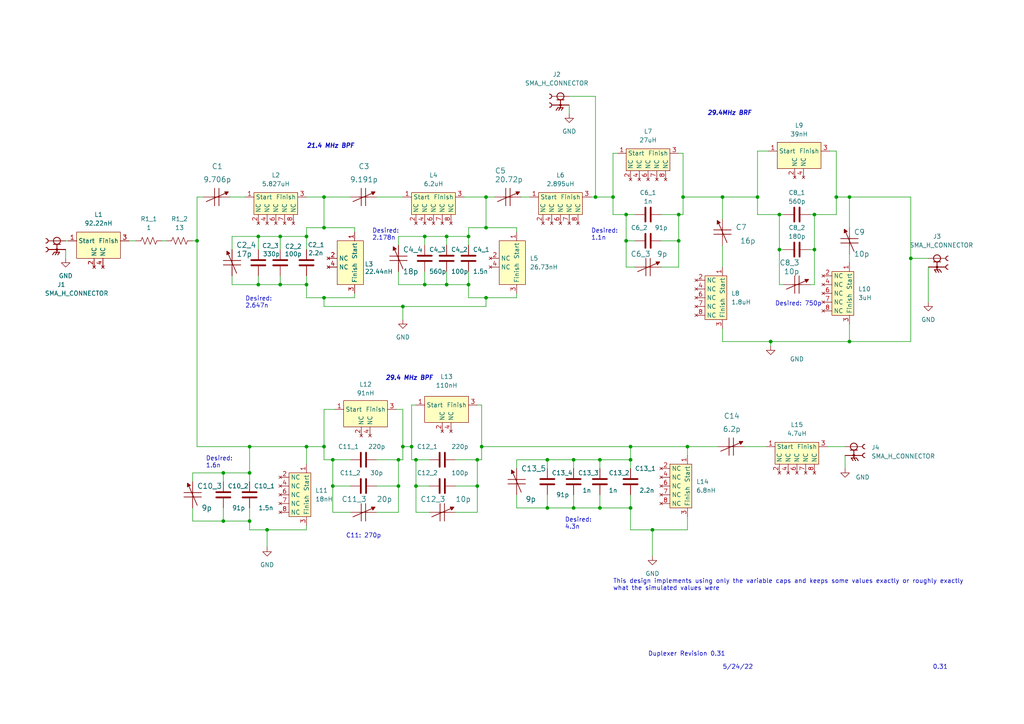
<source format=kicad_sch>
(kicad_sch (version 20211123) (generator eeschema)
  (paper "A4")
  (lib_symbols
    (symbol "7M3_Shielded_Inductor_1"
      (property "Reference" "L?" (at 0 7.62 0))
      (property "Value" "7M3_Shielded_Inductor_1" (at 0 5.08 0))
      (symbol "7M3_Shielded_Inductor_1_0_1"
        (rectangle (start 0 0) (end 12.7 -6.35) (fill (type background)))
      )
      (symbol "7M3_Shielded_Inductor_1_1_1"
        (pin passive line (at -2.54 -1.27 0) (length 2.54) (name "Start") (number "1"))
        (pin no_connect line (at 1.27 -8.89 90) (length 2.54) (name "NC") (number "2"))
        (pin passive line (at 15.24 -1.27 180) (length 2.54) (name "Finish") (number "3"))
        (pin no_connect line (at 3.81 -8.89 90) (length 2.54) (name "NC") (number "4"))
        (pin no_connect line (at 6.35 -8.89 90) (length 2.54) (name "NC") (number "6"))
        (pin no_connect line (at 8.89 -8.89 90) (length 2.54) (name "NC") (number "7"))
        (pin no_connect line (at 11.43 -8.89 90) (length 2.54) (name "NC") (number "8"))
      )
    )
    (symbol "7M3_Shielded_Inductor_2"
      (property "Reference" "L?" (at 0 7.62 0))
      (property "Value" "7M3_Shielded_Inductor_2" (at 0 5.08 0))
      (symbol "7M3_Shielded_Inductor_2_0_1"
        (rectangle (start 0 0) (end 12.7 -6.35) (fill (type background)))
      )
      (symbol "7M3_Shielded_Inductor_2_1_1"
        (pin passive line (at -2.54 -1.27 0) (length 2.54) (name "Start") (number "1"))
        (pin no_connect line (at 1.27 -8.89 90) (length 2.54) (name "NC") (number "2"))
        (pin passive line (at 15.24 -1.27 180) (length 2.54) (name "Finish") (number "3"))
        (pin no_connect line (at 3.81 -8.89 90) (length 2.54) (name "NC") (number "4"))
        (pin no_connect line (at 6.35 -8.89 90) (length 2.54) (name "NC") (number "6"))
        (pin no_connect line (at 8.89 -8.89 90) (length 2.54) (name "NC") (number "7"))
        (pin no_connect line (at 11.43 -8.89 90) (length 2.54) (name "NC") (number "8"))
      )
    )
    (symbol "Device:C" (pin_numbers hide) (pin_names (offset 0.254))
      (property "Reference" "C" (at 0.635 2.54 0))
      (property "Value" "C" (at 0.635 -2.54 0))
      (symbol "C_0_1"
        (polyline (pts (xy -2.032 -0.762) (xy 2.032 -0.762)) (stroke (width 0.508)))
        (polyline (pts (xy -2.032 0.762) (xy 2.032 0.762)) (stroke (width 0.508)))
      )
      (symbol "C_1_1"
        (pin passive line (at 0 3.81 270) (length 2.794) (name "~") (number "1"))
        (pin passive line (at 0 -3.81 90) (length 2.794) (name "~") (number "2"))
      )
    )
    (symbol "Device:R_US" (pin_numbers hide) (pin_names (offset 0))
      (property "Reference" "R" (at 2.54 0 90))
      (property "Value" "R_US" (at -2.54 0 90))
      (symbol "R_US_0_1"
        (polyline (pts (xy 0 -2.286) (xy 0 -2.54)))
        (polyline (pts (xy 0 2.286) (xy 0 2.54)))
        (polyline (pts (xy 0 -0.762) (xy 1.016 -1.143) (xy 0 -1.524) (xy -1.016 -1.905) (xy 0 -2.286)))
        (polyline (pts (xy 0 0.762) (xy 1.016 0.381) (xy 0 0) (xy -1.016 -0.381) (xy 0 -0.762)))
        (polyline (pts (xy 0 2.286) (xy 1.016 1.905) (xy 0 1.524) (xy -1.016 1.143) (xy 0 0.762)))
      )
      (symbol "R_US_1_1"
        (pin passive line (at 0 3.81 270) (length 1.27) (name "~") (number "1"))
        (pin passive line (at 0 -3.81 90) (length 1.27) (name "~") (number "2"))
      )
    )
    (symbol "GKG30086-05:GKG30086-05" (pin_numbers hide) (pin_names (offset 0) hide)
      (property "Reference" "C" (at 10.16 0 0))
      (property "Value" "GKG30086-05" (at 3.81 -7.62 0))
      (symbol "GKG30086-05_1_1"
        (polyline (pts (xy -1.524 -1.4986) (xy -0.6604 -1.0922)) (stroke (width 0.2032)))
        (polyline (pts (xy -1.524 -0.4572) (xy -1.524 -1.4986)) (stroke (width 0.2032)))
        (polyline (pts (xy -1.4986 -1.2954) (xy -0.8128 -1.0414)) (stroke (width 0.127)))
        (polyline (pts (xy -1.4732 -1.397) (xy -1.27 -1.2954)) (stroke (width 0.127)))
        (polyline (pts (xy -1.4732 -1.2192) (xy -0.889 -0.9652)) (stroke (width 0.127)))
        (polyline (pts (xy -1.4732 -0.7112) (xy -1.3716 -0.9398)) (stroke (width 0.127)))
        (polyline (pts (xy -1.4732 -0.4572) (xy -0.6604 -1.0668)) (stroke (width 0.2032)))
        (polyline (pts (xy -1.4224 -0.5334) (xy 1.3208 -6.858)) (stroke (width 0.2032)))
        (polyline (pts (xy -1.397 -1.0922) (xy -1.016 -0.9144)) (stroke (width 0.127)))
        (polyline (pts (xy -1.397 -0.9398) (xy -1.3462 -1.0668)) (stroke (width 0.127)))
        (polyline (pts (xy -1.27 -0.6858) (xy -1.1176 -0.9144)) (stroke (width 0.127)))
        (polyline (pts (xy 0 -5.08) (xy 0 -2.54)) (stroke (width 0.2032)))
        (polyline (pts (xy 2.54 -4.445) (xy -2.54 -4.445)) (stroke (width 0.2032)))
        (polyline (pts (xy 2.54 -3.175) (xy -2.54 -3.175)) (stroke (width 0.2032)))
        (pin unspecified line (at 0 -7.62 90) (length 2.54) (name "1") (number "1"))
        (pin unspecified line (at 0 0 270) (length 2.54) (name "2") (number "2"))
      )
    )
    (symbol "SMA_CONNECTOR:SMA_CONNECTOR" (pin_numbers hide) (pin_names (offset 1.016) hide)
      (property "Reference" "J" (at -3.81 1.524 0))
      (property "Value" "SMA_CONNECTOR" (at -4.064 -6.858 0))
      (symbol "SMA_CONNECTOR_0_0"
        (arc (start -3.175 -3.175) (mid -2.54 -2.54) (end -3.175 -1.905) (stroke (width 0.254)))
        (arc (start -3.175 -0.635) (mid -2.54 0) (end -3.175 0.635) (stroke (width 0.254)))
        (circle (center 0 -2.54) (radius 0.254) (stroke (width 0.254)))
        (polyline (pts (xy -1.016 -1.016) (xy 0 -1.016)) (stroke (width 0.254)))
        (polyline (pts (xy -0.762 -3.302) (xy -1.27 -4.064)) (stroke (width 0.254)))
        (polyline (pts (xy 0 -3.302) (xy -0.762 -3.302)) (stroke (width 0.254)))
        (polyline (pts (xy 0 -3.302) (xy -0.508 -4.064)) (stroke (width 0.254)))
        (polyline (pts (xy 0 -3.302) (xy 0.762 -3.302)) (stroke (width 0.254)))
        (polyline (pts (xy 0 -1.016) (xy 0 -3.302)) (stroke (width 0.254)))
        (polyline (pts (xy 0 -1.016) (xy 1.016 -1.016)) (stroke (width 0.254)))
        (polyline (pts (xy 0.762 -3.302) (xy 0.254 -4.064)) (stroke (width 0.254)))
        (circle (center 0 0) (radius 1.016) (stroke (width 0.254)))
        (pin passive line (at 2.54 0 180) (length 5.08) (name "~") (number "1"))
        (pin passive line (at 2.54 -2.54 180) (length 5.08) (name "~") (number "G1"))
        (pin passive line (at 2.54 -2.54 180) (length 5.08) (name "~") (number "G2"))
        (pin passive line (at 2.54 -2.54 180) (length 5.08) (name "~") (number "G3"))
        (pin passive line (at 2.54 -2.54 180) (length 5.08) (name "~") (number "G4"))
      )
    )
    (symbol "User_Global_Symbol_Library:165_Shielded_Inductor"
      (property "Reference" "L?" (at 6.35 5.08 0))
      (property "Value" "165_Shielded_Inductor" (at 6.35 2.54 0))
      (symbol "165_Shielded_Inductor_0_1"
        (rectangle (start 0 0) (end 12.7 -7.62) (fill (type background)))
      )
      (symbol "165_Shielded_Inductor_1_1"
        (pin passive line (at -2.54 -2.54 0) (length 2.54) (name "Start") (number "1"))
        (pin no_connect line (at 5.08 -10.16 90) (length 2.54) (name "NC") (number "2"))
        (pin passive line (at 15.24 -2.54 180) (length 2.54) (name "Finish") (number "3"))
        (pin no_connect line (at 7.62 -10.16 90) (length 2.54) (name "NC") (number "4"))
      )
    )
    (symbol "power:GND" (power) (pin_names (offset 0))
      (property "Value" "GND" (at 0 -3.81 0))
      (symbol "GND_0_1"
        (polyline (pts (xy 0 0) (xy 0 -1.27) (xy 1.27 -1.27) (xy 0 -2.54) (xy -1.27 -1.27) (xy 0 -1.27)))
      )
      (symbol "GND_1_1"
        (pin power_in line (at 0 0 270) (length 0) hide (name "GND") (number "1"))
      )
    )
  )
  (junction (at 93.98 57.15))
  (junction (at 226.06 62.23))
  (junction (at 64.77 137.16))
  (junction (at 57.15 69.85))
  (junction (at 120.65 133.35))
  (junction (at 209.55 57.15))
  (junction (at 135.89 68.58))
  (junction (at 139.7 129.54))
  (junction (at 246.38 57.15))
  (junction (at 93.98 129.54))
  (junction (at 236.22 72.39))
  (junction (at 77.47 153.67))
  (junction (at 166.37 133.35))
  (junction (at 182.88 133.35))
  (junction (at 196.85 62.23))
  (junction (at 189.23 153.67))
  (junction (at 74.93 82.55))
  (junction (at 129.54 82.55))
  (junction (at 129.54 68.58))
  (junction (at 93.98 86.36))
  (junction (at 140.97 57.15))
  (junction (at 115.57 133.35))
  (junction (at 182.88 147.32))
  (junction (at 88.9 82.55))
  (junction (at 96.52 140.97))
  (junction (at 177.8 57.15))
  (junction (at 135.89 82.55))
  (junction (at 219.71 57.15))
  (junction (at 96.52 133.35))
  (junction (at 140.97 86.36))
  (junction (at 116.84 88.9))
  (junction (at 264.16 74.93))
  (junction (at 64.77 151.13))
  (junction (at 138.43 140.97))
  (junction (at 172.72 57.15))
  (junction (at 138.43 133.35))
  (junction (at 93.98 66.04))
  (junction (at 226.06 72.39))
  (junction (at 72.39 137.16))
  (junction (at 236.22 62.23))
  (junction (at 158.75 147.32))
  (junction (at 199.39 129.54))
  (junction (at 72.39 129.54))
  (junction (at 158.75 133.35))
  (junction (at 196.85 69.85))
  (junction (at 81.28 68.58))
  (junction (at 223.52 99.06))
  (junction (at 81.28 82.55))
  (junction (at 173.99 133.35))
  (junction (at 198.12 57.15))
  (junction (at 120.65 140.97))
  (junction (at 88.9 129.54))
  (junction (at 116.84 129.54))
  (junction (at 74.93 68.58))
  (junction (at 173.99 147.32))
  (junction (at 123.19 82.55))
  (junction (at 182.88 129.54))
  (junction (at 181.61 69.85))
  (junction (at 242.57 57.15))
  (junction (at 181.61 62.23))
  (junction (at 166.37 147.32))
  (junction (at 123.19 68.58))
  (junction (at 119.38 129.54))
  (junction (at 72.39 151.13))
  (junction (at 88.9 68.58))
  (junction (at 140.97 66.04))
  (junction (at 246.38 99.06))
  (junction (at 115.57 140.97))
  (wire (pts (xy 119.38 133.35) (xy 120.65 133.35)))
  (wire (pts (xy 138.43 148.59) (xy 138.43 140.97)))
  (wire (pts (xy 129.54 82.55) (xy 135.89 82.55)))
  (wire (pts (xy 139.7 129.54) (xy 182.88 129.54)))
  (wire (pts (xy 88.9 129.54) (xy 88.9 134.62)))
  (wire (pts (xy 264.16 74.93) (xy 269.24 74.93)))
  (wire (pts (xy 93.98 133.35) (xy 93.98 129.54)))
  (wire (pts (xy 242.57 43.815) (xy 240.665 43.815)))
  (wire (pts (xy 96.52 140.97) (xy 96.52 133.35)))
  (wire (pts (xy 74.93 72.39) (xy 74.93 68.58)))
  (wire (pts (xy 67.31 72.39) (xy 67.31 68.58)))
  (wire (pts (xy 64.77 151.13) (xy 72.39 151.13)))
  (wire (pts (xy 93.98 86.36) (xy 93.98 88.9)))
  (wire (pts (xy 135.89 68.58) (xy 135.89 71.12)))
  (wire (pts (xy 72.39 137.16) (xy 72.39 139.7)))
  (wire (pts (xy 215.9 129.54) (xy 222.25 129.54)))
  (wire (pts (xy 173.99 143.51) (xy 173.99 147.32)))
  (wire (pts (xy 177.8 62.23) (xy 181.61 62.23)))
  (wire (pts (xy 57.15 57.15) (xy 57.15 69.85)))
  (wire (pts (xy 74.93 82.55) (xy 81.28 82.55)))
  (wire (pts (xy 67.31 82.55) (xy 74.93 82.55)))
  (wire (pts (xy 129.54 68.58) (xy 135.89 68.58)))
  (wire (pts (xy 172.72 27.94) (xy 172.72 57.15)))
  (wire (pts (xy 109.22 133.35) (xy 115.57 133.35)))
  (wire (pts (xy 219.71 43.815) (xy 219.71 57.15)))
  (wire (pts (xy 149.86 85.09) (xy 149.86 86.36)))
  (wire (pts (xy 88.9 57.15) (xy 93.98 57.15)))
  (wire (pts (xy 196.85 77.47) (xy 196.85 69.85)))
  (wire (pts (xy 245.11 132.08) (xy 245.11 135.89)))
  (wire (pts (xy 120.65 140.97) (xy 120.65 133.35)))
  (wire (pts (xy 191.77 69.85) (xy 196.85 69.85)))
  (wire (pts (xy 96.52 140.97) (xy 101.6 140.97)))
  (wire (pts (xy 171.45 57.15) (xy 172.72 57.15)))
  (wire (pts (xy 173.99 147.32) (xy 182.88 147.32)))
  (wire (pts (xy 88.9 152.4) (xy 88.9 153.67)))
  (wire (pts (xy 109.22 148.59) (xy 115.57 148.59)))
  (wire (pts (xy 198.12 44.45) (xy 196.85 44.45)))
  (wire (pts (xy 236.22 62.23) (xy 236.22 72.39)))
  (wire (pts (xy 102.87 67.31) (xy 102.87 66.04)))
  (wire (pts (xy 81.28 72.39) (xy 81.28 68.58)))
  (wire (pts (xy 77.47 153.67) (xy 88.9 153.67)))
  (wire (pts (xy 227.33 72.39) (xy 226.06 72.39)))
  (wire (pts (xy 124.46 148.59) (xy 120.65 148.59)))
  (wire (pts (xy 102.87 85.09) (xy 102.87 86.36)))
  (wire (pts (xy 223.52 99.06) (xy 246.38 99.06)))
  (wire (pts (xy 88.9 80.01) (xy 88.9 82.55)))
  (wire (pts (xy 115.57 71.12) (xy 115.57 68.58)))
  (wire (pts (xy 72.39 153.67) (xy 77.47 153.67)))
  (wire (pts (xy 64.77 147.32) (xy 64.77 151.13)))
  (wire (pts (xy 219.71 57.15) (xy 219.71 62.23)))
  (wire (pts (xy 72.39 147.32) (xy 72.39 151.13)))
  (wire (pts (xy 246.38 57.15) (xy 246.38 66.04)))
  (wire (pts (xy 72.39 129.54) (xy 72.39 137.16)))
  (wire (pts (xy 135.89 78.74) (xy 135.89 82.55)))
  (wire (pts (xy 132.08 140.97) (xy 138.43 140.97)))
  (wire (pts (xy 55.88 139.7) (xy 55.88 137.16)))
  (wire (pts (xy 177.8 44.45) (xy 177.8 57.15)))
  (wire (pts (xy 57.15 57.15) (xy 59.055 57.15)))
  (wire (pts (xy 196.85 62.23) (xy 198.12 62.23)))
  (wire (pts (xy 236.22 62.23) (xy 242.57 62.23)))
  (wire (pts (xy 139.7 117.475) (xy 139.7 129.54)))
  (wire (pts (xy 209.55 95.25) (xy 209.55 99.06)))
  (wire (pts (xy 199.39 129.54) (xy 199.39 132.08)))
  (wire (pts (xy 81.28 68.58) (xy 88.9 68.58)))
  (wire (pts (xy 93.98 66.04) (xy 102.87 66.04)))
  (wire (pts (xy 158.75 143.51) (xy 158.75 147.32)))
  (wire (pts (xy 116.84 129.54) (xy 119.38 129.54)))
  (wire (pts (xy 93.98 57.15) (xy 101.6 57.15)))
  (wire (pts (xy 166.37 133.35) (xy 173.99 133.35)))
  (wire (pts (xy 116.84 88.9) (xy 140.97 88.9)))
  (wire (pts (xy 181.61 62.23) (xy 184.15 62.23)))
  (wire (pts (xy 234.95 82.55) (xy 236.22 82.55)))
  (wire (pts (xy 64.77 139.7) (xy 64.77 137.16)))
  (wire (pts (xy 97.155 118.745) (xy 93.98 118.745)))
  (wire (pts (xy 81.28 80.01) (xy 81.28 82.55)))
  (wire (pts (xy 234.95 62.23) (xy 236.22 62.23)))
  (wire (pts (xy 264.16 57.15) (xy 264.16 74.93)))
  (wire (pts (xy 173.99 135.89) (xy 173.99 133.35)))
  (wire (pts (xy 246.38 73.66) (xy 246.38 76.2)))
  (wire (pts (xy 81.28 82.55) (xy 88.9 82.55)))
  (wire (pts (xy 123.19 78.74) (xy 123.19 82.55)))
  (wire (pts (xy 88.9 68.58) (xy 88.9 72.39)))
  (wire (pts (xy 140.97 86.36) (xy 149.86 86.36)))
  (wire (pts (xy 158.75 147.32) (xy 166.37 147.32)))
  (wire (pts (xy 135.89 66.04) (xy 140.97 66.04)))
  (wire (pts (xy 115.57 148.59) (xy 115.57 140.97)))
  (wire (pts (xy 242.57 57.15) (xy 246.38 57.15)))
  (wire (pts (xy 196.85 69.85) (xy 196.85 62.23)))
  (wire (pts (xy 184.15 77.47) (xy 181.61 77.47)))
  (wire (pts (xy 149.86 147.32) (xy 158.75 147.32)))
  (wire (pts (xy 93.98 57.15) (xy 93.98 66.04)))
  (wire (pts (xy 135.89 82.55) (xy 135.89 86.36)))
  (wire (pts (xy 116.84 133.35) (xy 116.84 129.54)))
  (wire (pts (xy 182.88 147.32) (xy 182.88 153.67)))
  (wire (pts (xy 72.39 129.54) (xy 88.9 129.54)))
  (wire (pts (xy 166.37 143.51) (xy 166.37 147.32)))
  (wire (pts (xy 135.89 86.36) (xy 140.97 86.36)))
  (wire (pts (xy 182.88 153.67) (xy 189.23 153.67)))
  (wire (pts (xy 165.1 30.48) (xy 165.1 33.02)))
  (wire (pts (xy 115.57 82.55) (xy 123.19 82.55)))
  (wire (pts (xy 149.86 67.31) (xy 149.86 66.04)))
  (wire (pts (xy 57.15 129.54) (xy 72.39 129.54)))
  (wire (pts (xy 227.33 62.23) (xy 226.06 62.23)))
  (wire (pts (xy 184.15 69.85) (xy 181.61 69.85)))
  (wire (pts (xy 149.86 143.51) (xy 149.86 147.32)))
  (wire (pts (xy 119.38 133.35) (xy 119.38 129.54)))
  (wire (pts (xy 226.06 82.55) (xy 226.06 72.39)))
  (wire (pts (xy 219.71 62.23) (xy 226.06 62.23)))
  (wire (pts (xy 123.19 71.12) (xy 123.19 68.58)))
  (wire (pts (xy 165.1 27.94) (xy 172.72 27.94)))
  (wire (pts (xy 182.88 133.35) (xy 182.88 135.89)))
  (wire (pts (xy 77.47 153.67) (xy 77.47 158.75)))
  (wire (pts (xy 19.05 69.85) (xy 19.685 69.85)))
  (wire (pts (xy 191.77 77.47) (xy 196.85 77.47)))
  (wire (pts (xy 173.99 133.35) (xy 182.88 133.35)))
  (wire (pts (xy 234.95 72.39) (xy 236.22 72.39)))
  (wire (pts (xy 115.57 68.58) (xy 123.19 68.58)))
  (wire (pts (xy 123.19 68.58) (xy 129.54 68.58)))
  (wire (pts (xy 166.37 135.89) (xy 166.37 133.35)))
  (wire (pts (xy 191.77 62.23) (xy 196.85 62.23)))
  (wire (pts (xy 115.57 133.35) (xy 116.84 133.35)))
  (wire (pts (xy 88.9 66.04) (xy 88.9 68.58)))
  (wire (pts (xy 67.31 68.58) (xy 74.93 68.58)))
  (wire (pts (xy 64.77 137.16) (xy 72.39 137.16)))
  (wire (pts (xy 55.88 147.32) (xy 55.88 151.13)))
  (wire (pts (xy 182.88 143.51) (xy 182.88 147.32)))
  (wire (pts (xy 140.97 57.15) (xy 143.51 57.15)))
  (wire (pts (xy 209.55 57.15) (xy 219.71 57.15)))
  (wire (pts (xy 19.05 72.39) (xy 19.05 74.93)))
  (wire (pts (xy 46.99 69.85) (xy 48.26 69.85)))
  (wire (pts (xy 74.93 80.01) (xy 74.93 82.55)))
  (wire (pts (xy 209.55 99.06) (xy 223.52 99.06)))
  (wire (pts (xy 96.52 148.59) (xy 96.52 140.97)))
  (wire (pts (xy 269.24 77.47) (xy 269.24 87.63)))
  (wire (pts (xy 109.22 140.97) (xy 115.57 140.97)))
  (wire (pts (xy 120.65 117.475) (xy 119.38 117.475)))
  (wire (pts (xy 236.22 82.55) (xy 236.22 72.39)))
  (wire (pts (xy 88.9 82.55) (xy 88.9 86.36)))
  (wire (pts (xy 101.6 148.59) (xy 96.52 148.59)))
  (wire (pts (xy 246.38 93.98) (xy 246.38 99.06)))
  (wire (pts (xy 88.9 86.36) (xy 93.98 86.36)))
  (wire (pts (xy 246.38 57.15) (xy 264.16 57.15)))
  (wire (pts (xy 55.88 137.16) (xy 64.77 137.16)))
  (wire (pts (xy 57.15 69.85) (xy 57.15 129.54)))
  (wire (pts (xy 129.54 78.74) (xy 129.54 82.55)))
  (wire (pts (xy 181.61 77.47) (xy 181.61 69.85)))
  (wire (pts (xy 134.62 57.15) (xy 140.97 57.15)))
  (wire (pts (xy 242.57 43.815) (xy 242.57 57.15)))
  (wire (pts (xy 223.52 99.06) (xy 223.52 100.33)))
  (wire (pts (xy 172.72 57.15) (xy 177.8 57.15)))
  (wire (pts (xy 93.98 133.35) (xy 96.52 133.35)))
  (wire (pts (xy 74.93 68.58) (xy 81.28 68.58)))
  (wire (pts (xy 209.55 57.15) (xy 209.55 63.5)))
  (wire (pts (xy 132.08 148.59) (xy 138.43 148.59)))
  (wire (pts (xy 240.03 129.54) (xy 245.11 129.54)))
  (wire (pts (xy 198.12 44.45) (xy 198.12 57.15)))
  (wire (pts (xy 124.46 140.97) (xy 120.65 140.97)))
  (wire (pts (xy 151.13 57.15) (xy 153.67 57.15)))
  (wire (pts (xy 226.06 82.55) (xy 227.33 82.55)))
  (wire (pts (xy 182.88 129.54) (xy 182.88 133.35)))
  (wire (pts (xy 72.39 151.13) (xy 72.39 153.67)))
  (wire (pts (xy 88.9 66.04) (xy 93.98 66.04)))
  (wire (pts (xy 55.88 69.85) (xy 57.15 69.85)))
  (wire (pts (xy 222.885 43.815) (xy 219.71 43.815)))
  (wire (pts (xy 189.23 153.67) (xy 199.39 153.67)))
  (wire (pts (xy 246.38 99.06) (xy 264.16 99.06)))
  (wire (pts (xy 181.61 69.85) (xy 181.61 62.23)))
  (wire (pts (xy 138.43 133.35) (xy 139.7 133.35)))
  (wire (pts (xy 115.57 78.74) (xy 115.57 82.55)))
  (wire (pts (xy 67.31 80.01) (xy 67.31 82.55)))
  (wire (pts (xy 115.57 140.97) (xy 115.57 133.35)))
  (wire (pts (xy 120.65 133.35) (xy 124.46 133.35)))
  (wire (pts (xy 140.97 66.04) (xy 149.86 66.04)))
  (wire (pts (xy 129.54 71.12) (xy 129.54 68.58)))
  (wire (pts (xy 123.19 82.55) (xy 129.54 82.55)))
  (wire (pts (xy 166.37 147.32) (xy 173.99 147.32)))
  (wire (pts (xy 198.12 57.15) (xy 198.12 62.23)))
  (wire (pts (xy 182.88 129.54) (xy 199.39 129.54)))
  (wire (pts (xy 66.675 57.15) (xy 71.12 57.15)))
  (wire (pts (xy 139.7 117.475) (xy 138.43 117.475)))
  (wire (pts (xy 149.86 133.35) (xy 158.75 133.35)))
  (wire (pts (xy 138.43 140.97) (xy 138.43 133.35)))
  (wire (pts (xy 139.7 129.54) (xy 139.7 133.35)))
  (wire (pts (xy 135.89 66.04) (xy 135.89 68.58)))
  (wire (pts (xy 177.8 62.23) (xy 177.8 57.15)))
  (wire (pts (xy 93.98 86.36) (xy 102.87 86.36)))
  (wire (pts (xy 116.84 118.745) (xy 114.935 118.745)))
  (wire (pts (xy 209.55 71.12) (xy 209.55 77.47)))
  (wire (pts (xy 226.06 62.23) (xy 226.06 72.39)))
  (wire (pts (xy 109.22 57.15) (xy 116.84 57.15)))
  (wire (pts (xy 140.97 57.15) (xy 140.97 66.04)))
  (wire (pts (xy 199.39 149.86) (xy 199.39 153.67)))
  (wire (pts (xy 149.86 135.89) (xy 149.86 133.35)))
  (wire (pts (xy 116.84 88.9) (xy 116.84 92.71)))
  (wire (pts (xy 93.98 88.9) (xy 116.84 88.9)))
  (wire (pts (xy 116.84 118.745) (xy 116.84 129.54)))
  (wire (pts (xy 189.23 153.67) (xy 189.23 161.29)))
  (wire (pts (xy 179.07 44.45) (xy 177.8 44.45)))
  (wire (pts (xy 93.98 118.745) (xy 93.98 129.54)))
  (wire (pts (xy 199.39 129.54) (xy 208.28 129.54)))
  (wire (pts (xy 120.65 148.59) (xy 120.65 140.97)))
  (wire (pts (xy 264.16 74.93) (xy 264.16 99.06)))
  (wire (pts (xy 37.465 69.85) (xy 39.37 69.85)))
  (wire (pts (xy 55.88 151.13) (xy 64.77 151.13)))
  (wire (pts (xy 242.57 57.15) (xy 242.57 62.23)))
  (wire (pts (xy 96.52 133.35) (xy 101.6 133.35)))
  (wire (pts (xy 140.97 88.9) (xy 140.97 86.36)))
  (wire (pts (xy 158.75 133.35) (xy 166.37 133.35)))
  (wire (pts (xy 119.38 117.475) (xy 119.38 129.54)))
  (wire (pts (xy 88.9 129.54) (xy 93.98 129.54)))
  (wire (pts (xy 198.12 57.15) (xy 209.55 57.15)))
  (wire (pts (xy 132.08 133.35) (xy 138.43 133.35)))
  (wire (pts (xy 158.75 135.89) (xy 158.75 133.35)))
  (text "Desired:\n4.3n\n" (at 163.83 153.67 0) (effects (font (size 1.27 1.27)) (justify left bottom)))
  (text "29.4 MHz BPF" (at 111.76 110.49 0) (effects (font (size 1.27 1.27) (thickness 0.254) bold italic) (justify left bottom)))
  (text "0.31" (at 270.51 194.31 0) (effects (font (size 1.27 1.27)) (justify left bottom)))
  (text "29.4MHz BRF" (at 205.105 33.655 0) (effects (font (size 1.27 1.27) (thickness 0.254) bold italic) (justify left bottom)))
  (text "C11: 270p" (at 100.33 156.21 0) (effects (font (size 1.27 1.27)) (justify left bottom)))
  (text "Desired:\n1.1n\n" (at 171.45 69.85 0) (effects (font (size 1.27 1.27)) (justify left bottom)))
  (text "5/24/22" (at 209.55 194.31 0) (effects (font (size 1.27 1.27)) (justify left bottom)))
  (text "Desired: 750p\n" (at 224.79 88.9 0) (effects (font (size 1.27 1.27)) (justify left bottom)))
  (text "Desired: \n2.647n" (at 71.12 89.535 0) (effects (font (size 1.27 1.27)) (justify left bottom)))
  (text "21.4 MHz BPF" (at 88.9 43.18 0) (effects (font (size 1.27 1.27) (thickness 0.254) bold italic) (justify left bottom)))
  (text "Desired:\n2.178n\n" (at 107.95 69.85 0) (effects (font (size 1.27 1.27)) (justify left bottom)))
  (text "Desired:\n1.6n\n" (at 59.69 135.89 0) (effects (font (size 1.27 1.27)) (justify left bottom)))
  (text "Duplexer Revision 0.31\n" (at 187.96 190.5 0) (effects (font (size 1.27 1.27)) (justify left bottom)))
  (text "This design implements using only the variable caps and keeps some values exactly or roughly exactly \nwhat the simulated values were" (at 177.8 171.45 0) (effects (font (size 1.27 1.27)) (justify left bottom)))
  (symbol (lib_id "Device:C") (at 105.41 133.35 90) (unit 1)
    (property "Reference" "C11_1" (at 104.14 129.54 90) (effects (justify left)))
    (property "Value" "220p" (at 111.76 129.54 90) (effects (justify left)))
    (property "Footprint" "Capacitor_SMD:C_0805_2012Metric_Pad1.18x1.45mm_HandSolder" (effects hide))
  )
  (symbol (lib_id "GKG30086-05:GKG30086-05") (at 209.55 63.5 0) (unit 1)
    (property "Reference" "C7" (at 213.36 65.8876 0) (effects (font (size 1.524 1.524)) (justify left)))
    (property "Value" "16p" (at 214.63 69.85 0) (effects (font (size 1.524 1.524)) (justify left)))
    (property "Footprint" "footprints:GKG30086-05" (effects hide))
  )
  (symbol (lib_name "7M3_Shielded_Inductor_2") (lib_id "User_Global_Symbol_Library:7M3_Shielded_Inductor") (at 181.61 43.18 0) (unit 1)
    (property "Reference" "L7" (at 187.96 38.1 0))
    (property "Value" "27uH" (at 187.96 40.64 0))
    (property "Footprint" "Shielded_Inductors:7M3_Shielded_Inductor_Series" (effects hide))
  )
  (symbol (lib_id "Device:C") (at 173.99 139.7 0) (unit 1)
    (property "Reference" "C13_2" (at 176.53 137.16 0) (effects (justify left)))
    (property "Value" "1n" (at 176.53 142.24 0) (effects (justify left)))
    (property "Footprint" "Capacitor_SMD:C_0805_2012Metric_Pad1.18x1.45mm_HandSolder" (effects hide))
  )
  (symbol (lib_id "GKG30086-05:GKG30086-05") (at 234.95 82.55 270) (unit 1)
    (property "Reference" "C8_3" (at 226.06 76.2 90) (effects (font (size 1.524 1.524)) (justify left)))
    (property "Value" "10p" (at 227.33 78.74 90) (effects (font (size 1.524 1.524)) (justify left)))
    (property "Footprint" "footprints:GKG30086-05" (effects hide))
  )
  (symbol (lib_name "7M3_Shielded_Inductor_2") (lib_id "User_Global_Symbol_Library:7M3_Shielded_Inductor") (at 224.79 128.27 0) (unit 1)
    (property "Reference" "L15" (at 231.14 123.19 0))
    (property "Value" "4.7uH" (at 231.14 125.73 0))
    (property "Footprint" "Shielded_Inductors:7M3_Shielded_Inductor_Series" (effects hide))
  )
  (symbol (lib_name "7M3_Shielded_Inductor_2") (lib_id "User_Global_Symbol_Library:7M3_Shielded_Inductor") (at 90.17 137.16 270) (unit 1)
    (property "Reference" "L11" (at 91.44 142.2399 90) (effects (justify left)))
    (property "Value" "18nH" (at 91.44 144.7799 90) (effects (justify left)))
    (property "Footprint" "Shielded_Inductors:7M3_Shielded_Inductor_Series" (effects hide))
  )
  (symbol (lib_id "GKG30086-05:GKG30086-05") (at 151.13 57.15 270) (unit 1)
    (property "Reference" "C5" (at 143.51 49.53 90) (effects (font (size 1.524 1.524)) (justify left)))
    (property "Value" "20.72p" (at 143.51 52.07 90) (effects (font (size 1.524 1.524)) (justify left)))
    (property "Footprint" "footprints:GKG30086-05" (effects hide))
  )
  (symbol (lib_id "GKG30086-05:GKG30086-05") (at 109.22 57.15 270) (unit 1)
    (property "Reference" "C3" (at 105.5624 48.26 90) (effects (font (size 1.524 1.524))))
    (property "Value" "9.191p" (at 105.5624 52.07 90) (effects (font (size 1.524 1.524))))
    (property "Footprint" "footprints:GKG30086-05" (effects hide))
  )
  (symbol (lib_id "SMA_CONNECTOR:SMA_CONNECTOR") (at 271.78 74.93 0) (mirror y) (unit 1)
    (property "Reference" "J3" (at 271.78 68.58 0))
    (property "Value" "SMA_H_CONNECTOR" (at 273.05 71.12 0))
    (property "Footprint" "Connector_Coaxial:SMA_Molex_73251-1153_EdgeMount_Horizontal" (effects hide))
    (property "PARTREV" "1.3" (effects hide))
    (property "MANUFACTURER" "LPRS" (effects hide))
    (property "MAXIMUM_PACKAGE_HEIGHT" "8.3 mm" (effects hide))
    (property "STANDARD" "Manufacturer Recommendations" (effects hide))
  )
  (symbol (lib_id "Device:C") (at 128.27 133.35 90) (unit 1)
    (property "Reference" "C12_1" (at 127 129.54 90) (effects (justify left)))
    (property "Value" "220p" (at 135.89 129.54 90) (effects (justify left)))
    (property "Footprint" "Capacitor_SMD:C_0805_2012Metric_Pad1.18x1.45mm_HandSolder" (effects hide))
  )
  (symbol (lib_id "GKG30086-05:GKG30086-05") (at 109.22 148.59 270) (unit 1)
    (property "Reference" "C11_3" (at 99.06 144.78 90) (effects (font (size 1.524 1.524)) (justify left)))
    (property "Value" "20p" (at 109.22 144.78 90) (effects (font (size 1.524 1.524)) (justify left)))
    (property "Footprint" "footprints:GKG30086-05" (effects hide))
  )
  (symbol (lib_name "7M3_Shielded_Inductor_2") (lib_id "User_Global_Symbol_Library:7M3_Shielded_Inductor") (at 156.21 55.88 0) (unit 1)
    (property "Reference" "L6" (at 162.56 50.8 0))
    (property "Value" "2.895uH" (at 162.56 53.34 0))
    (property "Footprint" "Shielded_Inductors:7M3_Shielded_Inductor_Series" (effects hide))
  )
  (symbol (lib_id "User_Global_Symbol_Library:165_Shielded_Inductor") (at 225.425 41.275 0) (unit 1)
    (property "Reference" "L9" (at 231.775 36.3728 0))
    (property "Value" "39nH" (at 231.775 38.9128 0))
    (property "Footprint" "Shielded_Inductors:164_Shielded_Inductor_Series" (effects hide))
  )
  (symbol (lib_id "Device:C") (at 123.19 74.93 180) (unit 1)
    (property "Reference" "C4_3" (at 124.46 72.39 0) (effects (justify right)))
    (property "Value" "560p" (at 124.46 78.74 0) (effects (justify right)))
    (property "Footprint" "Capacitor_SMD:C_0805_2012Metric_Pad1.18x1.45mm_HandSolder" (effects hide))
  )
  (symbol (lib_id "GKG30086-05:GKG30086-05") (at 246.38 66.04 0) (unit 1)
    (property "Reference" "C9" (at 247.65 67.31 0) (effects (font (size 1.524 1.524)) (justify left)))
    (property "Value" "10p" (at 247.65 73.66 0) (effects (font (size 1.524 1.524)) (justify left)))
    (property "Footprint" "footprints:GKG30086-05" (effects hide))
  )
  (symbol (lib_id "power:GND") (at 245.11 135.89 0) (unit 1)
    (property "Reference" "#PWR0108" (effects hide))
    (property "Value" "GND" (at 250.19 138.43 0))
  )
  (symbol (lib_id "SMA_CONNECTOR:SMA_CONNECTOR") (at 247.65 129.54 0) (mirror y) (unit 1)
    (property "Reference" "J4" (at 252.73 129.7939 0) (effects (justify right)))
    (property "Value" "SMA_H_CONNECTOR" (at 252.73 132.3339 0) (effects (justify right)))
    (property "Footprint" "Connector_Coaxial:SMA_Molex_73251-1153_EdgeMount_Horizontal" (effects hide))
    (property "PARTREV" "1.3" (effects hide))
    (property "MANUFACTURER" "LPRS" (effects hide))
    (property "MAXIMUM_PACKAGE_HEIGHT" "8.3 mm" (effects hide))
    (property "STANDARD" "Manufacturer Recommendations" (effects hide))
  )
  (symbol (lib_id "GKG30086-05:GKG30086-05") (at 115.57 71.12 0) (unit 1)
    (property "Reference" "C4_4" (at 116.84 72.39 0) (effects (font (size 1.524 1.524)) (justify left)))
    (property "Value" "18p" (at 116.84 78.74 0) (effects (font (size 1.524 1.524)) (justify left)))
    (property "Footprint" "footprints:GKG30086-05" (effects hide))
  )
  (symbol (lib_id "power:GND") (at 116.84 92.71 0) (unit 1)
    (property "Reference" "#PWR0101" (effects hide))
    (property "Value" "GND" (at 116.84 97.79 0))
  )
  (symbol (lib_id "Device:C") (at 135.89 74.93 180) (unit 1)
    (property "Reference" "C4_1" (at 137.16 72.39 0) (effects (justify right)))
    (property "Value" "1.5n" (at 137.16 78.74 0) (effects (justify right)))
    (property "Footprint" "Capacitor_SMD:C_0805_2012Metric_Pad1.18x1.45mm_HandSolder" (effects hide))
  )
  (symbol (lib_id "power:GND") (at 223.52 100.33 0) (unit 1)
    (property "Reference" "#PWR0107" (effects hide))
    (property "Value" "GND" (at 231.14 104.14 0))
  )
  (symbol (lib_id "Device:C") (at 182.88 139.7 0) (unit 1)
    (property "Reference" "C13_1" (at 184.15 135.89 0) (effects (justify left)))
    (property "Value" "2.2n" (at 185.42 142.24 0) (effects (justify left)))
    (property "Footprint" "Capacitor_SMD:C_0805_2012Metric_Pad1.18x1.45mm_HandSolder" (effects hide))
  )
  (symbol (lib_id "power:GND") (at 19.05 74.93 0) (unit 1)
    (property "Reference" "#PWR0103" (effects hide))
    (property "Value" "GND" (at 19.05 80.01 0))
  )
  (symbol (lib_id "Device:C") (at 129.54 74.93 180) (unit 1)
    (property "Reference" "C4_2" (at 130.81 72.39 0) (effects (justify right)))
    (property "Value" "100p" (at 130.81 78.74 0) (effects (justify right)))
    (property "Footprint" "Capacitor_SMD:C_0805_2012Metric_Pad1.18x1.45mm_HandSolder" (effects hide))
  )
  (symbol (lib_id "Device:C") (at 166.37 139.7 0) (unit 1)
    (property "Reference" "C13_3" (at 167.64 137.16 0) (effects (justify left)))
    (property "Value" "1n" (at 168.91 142.24 0) (effects (justify left)))
    (property "Footprint" "Capacitor_SMD:C_0805_2012Metric_Pad1.18x1.45mm_HandSolder" (effects hide))
  )
  (symbol (lib_name "7M3_Shielded_Inductor_2") (lib_id "User_Global_Symbol_Library:7M3_Shielded_Inductor") (at 119.38 55.88 0) (unit 1)
    (property "Reference" "L4" (at 125.73 50.8 0))
    (property "Value" "6.2uH" (at 125.73 53.34 0))
    (property "Footprint" "Shielded_Inductors:7M3_Shielded_Inductor_Series" (effects hide))
  )
  (symbol (lib_id "Device:C") (at 81.28 76.2 180) (unit 1)
    (property "Reference" "C2_2" (at 82.6516 71.4756 0) (effects (justify right)))
    (property "Value" "100p" (at 82.55 73.66 0) (effects (justify right)))
    (property "Footprint" "Capacitor_SMD:C_0805_2012Metric_Pad1.18x1.45mm_HandSolder" (effects hide))
  )
  (symbol (lib_id "power:GND") (at 165.1 33.02 0) (unit 1)
    (property "Reference" "#PWR0104" (effects hide))
    (property "Value" "GND" (at 165.1 38.1 0))
  )
  (symbol (lib_id "Device:R_US") (at 52.07 69.85 90) (unit 1)
    (property "Reference" "R1_2" (at 52.07 63.5 90))
    (property "Value" "13" (at 52.07 66.04 90))
    (property "Footprint" "Resistor_SMD:R_0805_2012Metric" (effects hide))
  )
  (symbol (lib_id "SMA_CONNECTOR:SMA_CONNECTOR") (at 162.56 27.94 0) (unit 1)
    (property "Reference" "J2" (at 161.4805 21.59 0))
    (property "Value" "SMA_H_CONNECTOR" (at 161.4805 24.13 0))
    (property "Footprint" "Connector_Coaxial:SMA_Molex_73251-1153_EdgeMount_Horizontal" (effects hide))
    (property "PARTREV" "1.3" (effects hide))
    (property "MANUFACTURER" "LPRS" (effects hide))
    (property "MAXIMUM_PACKAGE_HEIGHT" "8.3 mm" (effects hide))
    (property "STANDARD" "Manufacturer Recommendations" (effects hide))
  )
  (symbol (lib_id "Device:C") (at 231.14 72.39 270) (unit 1)
    (property "Reference" "C8_2" (at 231.14 66.04 90))
    (property "Value" "180p" (at 231.14 68.58 90))
    (property "Footprint" "Capacitor_SMD:C_0805_2012Metric_Pad1.18x1.45mm_HandSolder" (effects hide))
  )
  (symbol (lib_id "Device:C") (at 74.93 76.2 180) (unit 1)
    (property "Reference" "C2_3" (at 76.0222 71.2724 0) (effects (justify right)))
    (property "Value" "330p" (at 76.2 73.66 0) (effects (justify right)))
    (property "Footprint" "Capacitor_SMD:C_0805_2012Metric_Pad1.18x1.45mm_HandSolder" (effects hide))
  )
  (symbol (lib_id "Device:C") (at 187.96 62.23 270) (unit 1)
    (property "Reference" "C6_1" (at 187.96 55.88 90))
    (property "Value" "1n" (at 187.96 58.42 90))
    (property "Footprint" "Capacitor_SMD:C_0805_2012Metric_Pad1.18x1.45mm_HandSolder" (effects hide))
  )
  (symbol (lib_id "User_Global_Symbol_Library:165_Shielded_Inductor") (at 123.19 114.935 0) (unit 1)
    (property "Reference" "L13" (at 129.54 109.2454 0))
    (property "Value" "110nH" (at 129.54 111.7854 0))
    (property "Footprint" "Shielded_Inductors:164_Shielded_Inductor_Series" (effects hide))
  )
  (symbol (lib_id "Device:C") (at 105.41 140.97 90) (unit 1)
    (property "Reference" "C11_2" (at 101.6 137.16 90))
    (property "Value" "30p" (at 109.22 137.16 90))
    (property "Footprint" "Capacitor_SMD:C_0805_2012Metric_Pad1.18x1.45mm_HandSolder" (effects hide))
  )
  (symbol (lib_id "User_Global_Symbol_Library:165_Shielded_Inductor") (at 152.4 69.85 270) (unit 1)
    (property "Reference" "L5" (at 153.67 74.9299 90) (effects (justify left)))
    (property "Value" "26.73nH" (at 153.67 77.4699 90) (effects (justify left)))
    (property "Footprint" "Shielded_Inductors:164_Shielded_Inductor_Series" (effects hide))
  )
  (symbol (lib_id "power:GND") (at 77.47 158.75 0) (unit 1)
    (property "Reference" "#PWR0102" (effects hide))
    (property "Value" "GND" (at 77.47 163.83 0))
  )
  (symbol (lib_name "7M3_Shielded_Inductor_2") (lib_id "User_Global_Symbol_Library:7M3_Shielded_Inductor") (at 247.65 78.74 270) (unit 1)
    (property "Reference" "L10" (at 248.92 83.8199 90) (effects (justify left)))
    (property "Value" "3uH" (at 248.92 86.3599 90) (effects (justify left)))
    (property "Footprint" "Shielded_Inductors:7M3_Shielded_Inductor_Series" (effects hide))
  )
  (symbol (lib_id "Device:C") (at 88.9 76.2 180) (unit 1)
    (property "Reference" "C2_1" (at 89.2556 71.0184 0) (effects (justify right)))
    (property "Value" "2.2n" (at 89.3826 73.3806 0) (effects (justify right)))
    (property "Footprint" "Capacitor_SMD:C_0805_2012Metric_Pad1.18x1.45mm_HandSolder" (effects hide))
  )
  (symbol (lib_id "GKG30086-05:GKG30086-05") (at 132.08 148.59 270) (unit 1)
    (property "Reference" "C12_3" (at 121.92 144.78 90) (effects (font (size 1.524 1.524)) (justify left)))
    (property "Value" "10p" (at 132.08 144.78 90) (effects (font (size 1.524 1.524)) (justify left)))
    (property "Footprint" "footprints:GKG30086-05" (effects hide))
  )
  (symbol (lib_id "SMA_CONNECTOR:SMA_CONNECTOR") (at 16.51 69.85 0) (unit 1)
    (property "Reference" "J1" (at 17.78 82.55 0))
    (property "Value" "SMA_H_CONNECTOR" (at 22.225 85.09 0))
    (property "Footprint" "Connector_Coaxial:SMA_Molex_73251-1153_EdgeMount_Horizontal" (effects hide))
    (property "PARTREV" "1.3" (effects hide))
    (property "MANUFACTURER" "LPRS" (effects hide))
    (property "MAXIMUM_PACKAGE_HEIGHT" "8.3 mm" (effects hide))
    (property "STANDARD" "Manufacturer Recommendations" (effects hide))
  )
  (symbol (lib_id "Device:C") (at 158.75 139.7 0) (unit 1)
    (property "Reference" "C13_4" (at 160.02 137.16 0) (effects (justify left)))
    (property "Value" "91p" (at 161.29 143.51 0) (effects (justify left)))
    (property "Footprint" "Capacitor_SMD:C_0805_2012Metric_Pad1.18x1.45mm_HandSolder" (effects hide))
  )
  (symbol (lib_id "Device:C") (at 231.14 62.23 270) (unit 1)
    (property "Reference" "C8_1" (at 231.14 55.88 90))
    (property "Value" "560p" (at 231.14 58.42 90))
    (property "Footprint" "Capacitor_SMD:C_0805_2012Metric_Pad1.18x1.45mm_HandSolder" (effects hide))
  )
  (symbol (lib_id "power:GND") (at 269.24 87.63 0) (unit 1)
    (property "Reference" "#PWR0106" (effects hide))
    (property "Value" "GND" (at 269.24 92.71 0))
  )
  (symbol (lib_id "power:GND") (at 189.23 161.29 0) (unit 1)
    (property "Reference" "#PWR0105" (effects hide))
    (property "Value" "GND" (at 189.23 166.37 0))
  )
  (symbol (lib_id "GKG30086-05:GKG30086-05") (at 66.675 57.15 270) (unit 1)
    (property "Reference" "C1" (at 63.0174 48.26 90) (effects (font (size 1.524 1.524))))
    (property "Value" "9.706p" (at 63.0174 52.07 90) (effects (font (size 1.524 1.524))))
    (property "Footprint" "footprints:GKG30086-05" (effects hide))
  )
  (symbol (lib_id "Device:C") (at 64.77 143.51 0) (unit 1)
    (property "Reference" "C10_2" (at 66.04 140.97 0) (effects (justify left)))
    (property "Value" "91p" (at 67.31 147.32 0) (effects (justify left)))
    (property "Footprint" "Capacitor_SMD:C_0805_2012Metric_Pad1.18x1.45mm_HandSolder" (effects hide))
  )
  (symbol (lib_id "Device:C") (at 128.27 140.97 90) (unit 1)
    (property "Reference" "C12_2" (at 127 137.16 90) (effects (justify left)))
    (property "Value" "100p" (at 135.89 137.16 90) (effects (justify left)))
    (property "Footprint" "Capacitor_SMD:C_0805_2012Metric_Pad1.18x1.45mm_HandSolder" (effects hide))
  )
  (symbol (lib_id "Device:C") (at 187.96 69.85 270) (unit 1)
    (property "Reference" "C6_2" (at 185.42 66.04 90))
    (property "Value" "91p" (at 191.77 66.04 90))
    (property "Footprint" "Capacitor_SMD:C_0805_2012Metric_Pad1.18x1.45mm_HandSolder" (effects hide))
  )
  (symbol (lib_name "7M3_Shielded_Inductor_2") (lib_id "User_Global_Symbol_Library:7M3_Shielded_Inductor") (at 200.66 134.62 270) (unit 1)
    (property "Reference" "L14" (at 201.93 139.6999 90) (effects (justify left)))
    (property "Value" "6.8nH" (at 201.93 142.2399 90) (effects (justify left)))
    (property "Footprint" "Shielded_Inductors:7M3_Shielded_Inductor_Series" (effects hide))
  )
  (symbol (lib_id "Device:C") (at 72.39 143.51 0) (unit 1)
    (property "Reference" "C10_1" (at 73.66 140.97 0) (effects (justify left)))
    (property "Value" "1.5n" (at 74.93 147.32 0) (effects (justify left)))
    (property "Footprint" "Capacitor_SMD:C_0805_2012Metric_Pad1.18x1.45mm_HandSolder" (effects hide))
  )
  (symbol (lib_name "7M3_Shielded_Inductor_1") (lib_id "User_Global_Symbol_Library:7M3_Shielded_Inductor") (at 73.66 55.88 0) (unit 1)
    (property "Reference" "L2" (at 80.01 50.8 0))
    (property "Value" "5.827uH" (at 80.01 53.34 0))
    (property "Footprint" "Shielded_Inductors:7M3_Shielded_Inductor_Series" (effects hide))
  )
  (symbol (lib_id "GKG30086-05:GKG30086-05") (at 191.77 77.47 270) (unit 1)
    (property "Reference" "C6_3" (at 182.88 73.66 90) (effects (font (size 1.524 1.524)) (justify left)))
    (property "Value" "9p" (at 190.5 73.66 90) (effects (font (size 1.524 1.524)) (justify left)))
    (property "Footprint" "footprints:GKG30086-05" (effects hide))
  )
  (symbol (lib_id "GKG30086-05:GKG30086-05") (at 67.31 72.39 0) (unit 1)
    (property "Reference" "C2_4" (at 68.5038 71.0692 0) (effects (font (size 1.524 1.524)) (justify left)))
    (property "Value" "17p" (at 68.58 73.66 0) (effects (font (size 1.524 1.524)) (justify left)))
    (property "Footprint" "footprints:GKG30086-05" (effects hide))
  )
  (symbol (lib_id "User_Global_Symbol_Library:165_Shielded_Inductor") (at 105.41 69.85 270) (unit 1)
    (property "Reference" "L3" (at 105.791 76.6064 90) (effects (justify left)))
    (property "Value" "22.44nH" (at 105.791 78.7654 90) (effects (justify left)))
    (property "Footprint" "Shielded_Inductors:164_Shielded_Inductor_Series" (effects hide))
  )
  (symbol (lib_id "GKG30086-05:GKG30086-05") (at 149.86 135.89 0) (unit 1)
    (property "Reference" "C13_5" (at 151.13 135.89 0) (effects (font (size 1.524 1.524)) (justify left)))
    (property "Value" "9p" (at 152.4 144.78 0) (effects (font (size 1.524 1.524)) (justify left)))
    (property "Footprint" "footprints:GKG30086-05" (effects hide))
  )
  (symbol (lib_id "User_Global_Symbol_Library:165_Shielded_Inductor") (at 22.225 67.31 0) (unit 1)
    (property "Reference" "L1" (at 28.575 62.23 0))
    (property "Value" "92.22nH" (at 28.575 64.77 0))
    (property "Footprint" "Shielded_Inductors:164_Shielded_Inductor_Series" (effects hide))
  )
  (symbol (lib_id "User_Global_Symbol_Library:165_Shielded_Inductor") (at 99.695 116.205 0) (unit 1)
    (property "Reference" "L12" (at 106.045 111.4806 0))
    (property "Value" "91nH" (at 106.045 114.0206 0))
    (property "Footprint" "Shielded_Inductors:164_Shielded_Inductor_Series" (effects hide))
  )
  (symbol (lib_id "GKG30086-05:GKG30086-05") (at 215.9 129.54 270) (unit 1)
    (property "Reference" "C14" (at 212.2424 120.65 90) (effects (font (size 1.524 1.524))))
    (property "Value" "6.2p" (at 212.2424 124.46 90) (effects (font (size 1.524 1.524))))
    (property "Footprint" "footprints:GKG30086-05" (effects hide))
  )
  (symbol (lib_id "GKG30086-05:GKG30086-05") (at 55.88 139.7 0) (unit 1)
    (property "Reference" "C10_3" (at 57.15 140.97 0) (effects (font (size 1.524 1.524)) (justify left)))
    (property "Value" "9p" (at 58.42 147.32 0) (effects (font (size 1.524 1.524)) (justify left)))
    (property "Footprint" "footprints:GKG30086-05" (effects hide))
  )
  (symbol (lib_id "Device:R_US") (at 43.18 69.85 90) (unit 1)
    (property "Reference" "R1_1" (at 43.18 63.5 90))
    (property "Value" "1" (at 43.18 66.04 90))
    (property "Footprint" "Resistor_SMD:R_0805_2012Metric" (effects hide))
  )
  (symbol (lib_name "7M3_Shielded_Inductor_2") (lib_id "User_Global_Symbol_Library:7M3_Shielded_Inductor") (at 210.82 80.01 270) (unit 1)
    (property "Reference" "L8" (at 212.09 85.0899 90) (effects (justify left)))
    (property "Value" "1.8uH" (at 212.09 87.6299 90) (effects (justify left)))
    (property "Footprint" "Shielded_Inductors:7M3_Shielded_Inductor_Series" (effects hide))
  )
)
</source>
